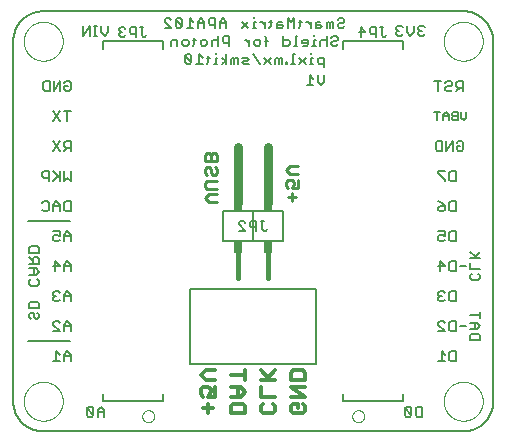
<source format=gbo>
G75*
%MOIN*%
%OFA0B0*%
%FSLAX25Y25*%
%IPPOS*%
%LPD*%
%AMOC8*
5,1,8,0,0,1.08239X$1,22.5*
%
%ADD10C,0.00800*%
%ADD11C,0.01200*%
%ADD12C,0.00500*%
%ADD13C,0.01000*%
%ADD14C,0.00600*%
%ADD15C,0.03000*%
%ADD16C,0.01600*%
%ADD17R,0.03000X0.02000*%
%ADD18R,0.03000X0.04000*%
%ADD19C,0.00000*%
%ADD20C,0.00700*%
D10*
X0010000Y0000000D02*
X0150000Y0000000D01*
X0150242Y0000003D01*
X0150483Y0000012D01*
X0150724Y0000026D01*
X0150965Y0000047D01*
X0151205Y0000073D01*
X0151445Y0000105D01*
X0151684Y0000143D01*
X0151921Y0000186D01*
X0152158Y0000236D01*
X0152393Y0000291D01*
X0152627Y0000351D01*
X0152859Y0000418D01*
X0153090Y0000489D01*
X0153319Y0000567D01*
X0153546Y0000650D01*
X0153771Y0000738D01*
X0153994Y0000832D01*
X0154214Y0000931D01*
X0154432Y0001036D01*
X0154647Y0001145D01*
X0154860Y0001260D01*
X0155070Y0001380D01*
X0155276Y0001505D01*
X0155480Y0001635D01*
X0155681Y0001770D01*
X0155878Y0001910D01*
X0156072Y0002054D01*
X0156262Y0002203D01*
X0156448Y0002357D01*
X0156631Y0002515D01*
X0156810Y0002677D01*
X0156985Y0002844D01*
X0157156Y0003015D01*
X0157323Y0003190D01*
X0157485Y0003369D01*
X0157643Y0003552D01*
X0157797Y0003738D01*
X0157946Y0003928D01*
X0158090Y0004122D01*
X0158230Y0004319D01*
X0158365Y0004520D01*
X0158495Y0004724D01*
X0158620Y0004930D01*
X0158740Y0005140D01*
X0158855Y0005353D01*
X0158964Y0005568D01*
X0159069Y0005786D01*
X0159168Y0006006D01*
X0159262Y0006229D01*
X0159350Y0006454D01*
X0159433Y0006681D01*
X0159511Y0006910D01*
X0159582Y0007141D01*
X0159649Y0007373D01*
X0159709Y0007607D01*
X0159764Y0007842D01*
X0159814Y0008079D01*
X0159857Y0008316D01*
X0159895Y0008555D01*
X0159927Y0008795D01*
X0159953Y0009035D01*
X0159974Y0009276D01*
X0159988Y0009517D01*
X0159997Y0009758D01*
X0160000Y0010000D01*
X0160000Y0130000D01*
X0159997Y0130242D01*
X0159988Y0130483D01*
X0159974Y0130724D01*
X0159953Y0130965D01*
X0159927Y0131205D01*
X0159895Y0131445D01*
X0159857Y0131684D01*
X0159814Y0131921D01*
X0159764Y0132158D01*
X0159709Y0132393D01*
X0159649Y0132627D01*
X0159582Y0132859D01*
X0159511Y0133090D01*
X0159433Y0133319D01*
X0159350Y0133546D01*
X0159262Y0133771D01*
X0159168Y0133994D01*
X0159069Y0134214D01*
X0158964Y0134432D01*
X0158855Y0134647D01*
X0158740Y0134860D01*
X0158620Y0135070D01*
X0158495Y0135276D01*
X0158365Y0135480D01*
X0158230Y0135681D01*
X0158090Y0135878D01*
X0157946Y0136072D01*
X0157797Y0136262D01*
X0157643Y0136448D01*
X0157485Y0136631D01*
X0157323Y0136810D01*
X0157156Y0136985D01*
X0156985Y0137156D01*
X0156810Y0137323D01*
X0156631Y0137485D01*
X0156448Y0137643D01*
X0156262Y0137797D01*
X0156072Y0137946D01*
X0155878Y0138090D01*
X0155681Y0138230D01*
X0155480Y0138365D01*
X0155276Y0138495D01*
X0155070Y0138620D01*
X0154860Y0138740D01*
X0154647Y0138855D01*
X0154432Y0138964D01*
X0154214Y0139069D01*
X0153994Y0139168D01*
X0153771Y0139262D01*
X0153546Y0139350D01*
X0153319Y0139433D01*
X0153090Y0139511D01*
X0152859Y0139582D01*
X0152627Y0139649D01*
X0152393Y0139709D01*
X0152158Y0139764D01*
X0151921Y0139814D01*
X0151684Y0139857D01*
X0151445Y0139895D01*
X0151205Y0139927D01*
X0150965Y0139953D01*
X0150724Y0139974D01*
X0150483Y0139988D01*
X0150242Y0139997D01*
X0150000Y0140000D01*
X0010000Y0140000D01*
X0009758Y0139997D01*
X0009517Y0139988D01*
X0009276Y0139974D01*
X0009035Y0139953D01*
X0008795Y0139927D01*
X0008555Y0139895D01*
X0008316Y0139857D01*
X0008079Y0139814D01*
X0007842Y0139764D01*
X0007607Y0139709D01*
X0007373Y0139649D01*
X0007141Y0139582D01*
X0006910Y0139511D01*
X0006681Y0139433D01*
X0006454Y0139350D01*
X0006229Y0139262D01*
X0006006Y0139168D01*
X0005786Y0139069D01*
X0005568Y0138964D01*
X0005353Y0138855D01*
X0005140Y0138740D01*
X0004930Y0138620D01*
X0004724Y0138495D01*
X0004520Y0138365D01*
X0004319Y0138230D01*
X0004122Y0138090D01*
X0003928Y0137946D01*
X0003738Y0137797D01*
X0003552Y0137643D01*
X0003369Y0137485D01*
X0003190Y0137323D01*
X0003015Y0137156D01*
X0002844Y0136985D01*
X0002677Y0136810D01*
X0002515Y0136631D01*
X0002357Y0136448D01*
X0002203Y0136262D01*
X0002054Y0136072D01*
X0001910Y0135878D01*
X0001770Y0135681D01*
X0001635Y0135480D01*
X0001505Y0135276D01*
X0001380Y0135070D01*
X0001260Y0134860D01*
X0001145Y0134647D01*
X0001036Y0134432D01*
X0000931Y0134214D01*
X0000832Y0133994D01*
X0000738Y0133771D01*
X0000650Y0133546D01*
X0000567Y0133319D01*
X0000489Y0133090D01*
X0000418Y0132859D01*
X0000351Y0132627D01*
X0000291Y0132393D01*
X0000236Y0132158D01*
X0000186Y0131921D01*
X0000143Y0131684D01*
X0000105Y0131445D01*
X0000073Y0131205D01*
X0000047Y0130965D01*
X0000026Y0130724D01*
X0000012Y0130483D01*
X0000003Y0130242D01*
X0000000Y0130000D01*
X0000000Y0010000D01*
X0000003Y0009758D01*
X0000012Y0009517D01*
X0000026Y0009276D01*
X0000047Y0009035D01*
X0000073Y0008795D01*
X0000105Y0008555D01*
X0000143Y0008316D01*
X0000186Y0008079D01*
X0000236Y0007842D01*
X0000291Y0007607D01*
X0000351Y0007373D01*
X0000418Y0007141D01*
X0000489Y0006910D01*
X0000567Y0006681D01*
X0000650Y0006454D01*
X0000738Y0006229D01*
X0000832Y0006006D01*
X0000931Y0005786D01*
X0001036Y0005568D01*
X0001145Y0005353D01*
X0001260Y0005140D01*
X0001380Y0004930D01*
X0001505Y0004724D01*
X0001635Y0004520D01*
X0001770Y0004319D01*
X0001910Y0004122D01*
X0002054Y0003928D01*
X0002203Y0003738D01*
X0002357Y0003552D01*
X0002515Y0003369D01*
X0002677Y0003190D01*
X0002844Y0003015D01*
X0003015Y0002844D01*
X0003190Y0002677D01*
X0003369Y0002515D01*
X0003552Y0002357D01*
X0003738Y0002203D01*
X0003928Y0002054D01*
X0004122Y0001910D01*
X0004319Y0001770D01*
X0004520Y0001635D01*
X0004724Y0001505D01*
X0004930Y0001380D01*
X0005140Y0001260D01*
X0005353Y0001145D01*
X0005568Y0001036D01*
X0005786Y0000931D01*
X0006006Y0000832D01*
X0006229Y0000738D01*
X0006454Y0000650D01*
X0006681Y0000567D01*
X0006910Y0000489D01*
X0007141Y0000418D01*
X0007373Y0000351D01*
X0007607Y0000291D01*
X0007842Y0000236D01*
X0008079Y0000186D01*
X0008316Y0000143D01*
X0008555Y0000105D01*
X0008795Y0000073D01*
X0009035Y0000047D01*
X0009276Y0000026D01*
X0009517Y0000012D01*
X0009758Y0000003D01*
X0010000Y0000000D01*
X0008069Y0037400D02*
X0007535Y0037400D01*
X0007001Y0037934D01*
X0007001Y0039001D01*
X0006468Y0039535D01*
X0005934Y0039535D01*
X0005400Y0039001D01*
X0005400Y0037934D01*
X0005934Y0037400D01*
X0008069Y0037400D02*
X0008603Y0037934D01*
X0008603Y0039001D01*
X0008069Y0039535D01*
X0008603Y0041083D02*
X0005400Y0041083D01*
X0005400Y0042685D01*
X0005934Y0043218D01*
X0008069Y0043218D01*
X0008603Y0042685D01*
X0008603Y0041083D01*
X0008069Y0048449D02*
X0005934Y0048449D01*
X0005400Y0048983D01*
X0005400Y0050051D01*
X0005934Y0050585D01*
X0005400Y0052133D02*
X0007535Y0052133D01*
X0008603Y0053200D01*
X0007535Y0054268D01*
X0005400Y0054268D01*
X0005400Y0055816D02*
X0008603Y0055816D01*
X0008603Y0057417D01*
X0008069Y0057951D01*
X0007001Y0057951D01*
X0006468Y0057417D01*
X0006468Y0055816D01*
X0006468Y0056883D02*
X0005400Y0057951D01*
X0005400Y0059499D02*
X0005400Y0061100D01*
X0005934Y0061634D01*
X0008069Y0061634D01*
X0008603Y0061100D01*
X0008603Y0059499D01*
X0005400Y0059499D01*
X0007001Y0054268D02*
X0007001Y0052133D01*
X0008069Y0050585D02*
X0008603Y0050051D01*
X0008603Y0048983D01*
X0008069Y0048449D01*
X0075148Y0066900D02*
X0077283Y0066900D01*
X0075148Y0069035D01*
X0075148Y0069569D01*
X0075682Y0070103D01*
X0076749Y0070103D01*
X0077283Y0069569D01*
X0078831Y0069569D02*
X0078831Y0068501D01*
X0079365Y0067968D01*
X0080966Y0067968D01*
X0080966Y0066900D02*
X0080966Y0070103D01*
X0079365Y0070103D01*
X0078831Y0069569D01*
X0082514Y0070103D02*
X0083582Y0070103D01*
X0083048Y0070103D02*
X0083048Y0067434D01*
X0083582Y0066900D01*
X0084116Y0066900D01*
X0084649Y0067434D01*
X0097782Y0115400D02*
X0099917Y0115400D01*
X0098849Y0115400D02*
X0098849Y0118603D01*
X0099917Y0117535D01*
X0101465Y0116468D02*
X0102532Y0115400D01*
X0103600Y0116468D01*
X0103600Y0118603D01*
X0101465Y0118603D02*
X0101465Y0116468D01*
X0103600Y0121332D02*
X0103600Y0124535D01*
X0101999Y0124535D01*
X0101465Y0124001D01*
X0101465Y0122934D01*
X0101999Y0122400D01*
X0103600Y0122400D01*
X0099917Y0122400D02*
X0098849Y0122400D01*
X0099383Y0122400D02*
X0099383Y0124535D01*
X0099917Y0124535D01*
X0099383Y0125603D02*
X0099383Y0126137D01*
X0099711Y0128400D02*
X0100778Y0128400D01*
X0100244Y0128400D02*
X0100244Y0130535D01*
X0100778Y0130535D01*
X0100244Y0131603D02*
X0100244Y0132137D01*
X0100791Y0134400D02*
X0102393Y0134400D01*
X0102927Y0134934D01*
X0102393Y0135468D01*
X0100791Y0135468D01*
X0100791Y0136001D02*
X0100791Y0134400D01*
X0099243Y0134400D02*
X0099243Y0136535D01*
X0098176Y0136535D02*
X0097642Y0136535D01*
X0098176Y0136535D02*
X0099243Y0135468D01*
X0100791Y0136001D02*
X0101325Y0136535D01*
X0102393Y0136535D01*
X0104475Y0136001D02*
X0104475Y0134400D01*
X0105542Y0134400D02*
X0105542Y0136001D01*
X0105008Y0136535D01*
X0104475Y0136001D01*
X0105542Y0136001D02*
X0106076Y0136535D01*
X0106610Y0136535D01*
X0106610Y0134400D01*
X0108158Y0134934D02*
X0108692Y0134400D01*
X0109759Y0134400D01*
X0110293Y0134934D01*
X0109759Y0136001D02*
X0108692Y0136001D01*
X0108158Y0135468D01*
X0108158Y0134934D01*
X0109759Y0136001D02*
X0110293Y0136535D01*
X0110293Y0137069D01*
X0109759Y0137603D01*
X0108692Y0137603D01*
X0108158Y0137069D01*
X0107611Y0131603D02*
X0108144Y0131069D01*
X0108144Y0130535D01*
X0107611Y0130001D01*
X0106543Y0130001D01*
X0106009Y0129468D01*
X0106009Y0128934D01*
X0106543Y0128400D01*
X0107611Y0128400D01*
X0108144Y0128934D01*
X0107611Y0131603D02*
X0106543Y0131603D01*
X0106009Y0131069D01*
X0104461Y0131603D02*
X0104461Y0128400D01*
X0104461Y0130001D02*
X0103927Y0130535D01*
X0102860Y0130535D01*
X0102326Y0130001D01*
X0102326Y0128400D01*
X0098323Y0128934D02*
X0098323Y0130001D01*
X0097789Y0130535D01*
X0096721Y0130535D01*
X0096188Y0130001D01*
X0096188Y0129468D01*
X0098323Y0129468D01*
X0098323Y0128934D02*
X0097789Y0128400D01*
X0096721Y0128400D01*
X0094640Y0128400D02*
X0093572Y0128400D01*
X0094106Y0128400D02*
X0094106Y0131603D01*
X0094640Y0131603D01*
X0095107Y0134400D02*
X0095640Y0134934D01*
X0095640Y0137069D01*
X0095107Y0136535D02*
X0096174Y0136535D01*
X0093719Y0137603D02*
X0093719Y0134400D01*
X0091584Y0134400D02*
X0091584Y0137603D01*
X0092651Y0136535D01*
X0093719Y0137603D01*
X0089502Y0136535D02*
X0088434Y0136535D01*
X0087900Y0136001D01*
X0087900Y0134400D01*
X0089502Y0134400D01*
X0090036Y0134934D01*
X0089502Y0135468D01*
X0087900Y0135468D01*
X0086352Y0136535D02*
X0085285Y0136535D01*
X0085819Y0137069D02*
X0085819Y0134934D01*
X0085285Y0134400D01*
X0083897Y0134400D02*
X0083897Y0136535D01*
X0083897Y0135468D02*
X0082829Y0136535D01*
X0082296Y0136535D01*
X0080828Y0136535D02*
X0080294Y0136535D01*
X0080294Y0134400D01*
X0080828Y0134400D02*
X0079760Y0134400D01*
X0078372Y0134400D02*
X0076237Y0136535D01*
X0078372Y0136535D02*
X0076237Y0134400D01*
X0077078Y0130535D02*
X0077612Y0130535D01*
X0078679Y0129468D01*
X0078679Y0130535D02*
X0078679Y0128400D01*
X0080227Y0128934D02*
X0080227Y0130001D01*
X0080761Y0130535D01*
X0081829Y0130535D01*
X0082362Y0130001D01*
X0082362Y0128934D01*
X0081829Y0128400D01*
X0080761Y0128400D01*
X0080227Y0128934D01*
X0083750Y0130001D02*
X0084818Y0130001D01*
X0084284Y0131069D02*
X0084284Y0128400D01*
X0079980Y0125603D02*
X0082115Y0122400D01*
X0083663Y0122400D02*
X0085798Y0124535D01*
X0087346Y0124001D02*
X0087346Y0122400D01*
X0088414Y0122400D02*
X0088414Y0124001D01*
X0087880Y0124535D01*
X0087346Y0124001D01*
X0088414Y0124001D02*
X0088948Y0124535D01*
X0089481Y0124535D01*
X0089481Y0122400D01*
X0090789Y0122400D02*
X0090789Y0122934D01*
X0091323Y0122934D01*
X0091323Y0122400D01*
X0090789Y0122400D01*
X0092711Y0122400D02*
X0093778Y0122400D01*
X0093245Y0122400D02*
X0093245Y0125603D01*
X0093778Y0125603D01*
X0095326Y0124535D02*
X0097461Y0122400D01*
X0097461Y0124535D02*
X0095326Y0122400D01*
X0091650Y0128400D02*
X0090049Y0128400D01*
X0090049Y0131603D01*
X0090049Y0130535D02*
X0091650Y0130535D01*
X0092184Y0130001D01*
X0092184Y0128934D01*
X0091650Y0128400D01*
X0084284Y0131069D02*
X0083750Y0131603D01*
X0080294Y0137603D02*
X0080294Y0138137D01*
X0071006Y0136535D02*
X0071006Y0134400D01*
X0071006Y0136001D02*
X0068871Y0136001D01*
X0068871Y0136535D02*
X0068871Y0134400D01*
X0067323Y0134400D02*
X0067323Y0137603D01*
X0065722Y0137603D01*
X0065188Y0137069D01*
X0065188Y0136001D01*
X0065722Y0135468D01*
X0067323Y0135468D01*
X0068871Y0136535D02*
X0069938Y0137603D01*
X0071006Y0136535D01*
X0070325Y0131603D02*
X0069792Y0131069D01*
X0069792Y0130001D01*
X0070325Y0129468D01*
X0071927Y0129468D01*
X0071927Y0128400D02*
X0071927Y0131603D01*
X0070325Y0131603D01*
X0068244Y0131603D02*
X0068244Y0128400D01*
X0068244Y0130001D02*
X0067710Y0130535D01*
X0066642Y0130535D01*
X0066109Y0130001D01*
X0066109Y0128400D01*
X0064561Y0128934D02*
X0064027Y0128400D01*
X0062959Y0128400D01*
X0062425Y0128934D01*
X0062425Y0130001D01*
X0062959Y0130535D01*
X0064027Y0130535D01*
X0064561Y0130001D01*
X0064561Y0128934D01*
X0065007Y0125069D02*
X0065007Y0122934D01*
X0064473Y0122400D01*
X0063085Y0122400D02*
X0060950Y0122400D01*
X0062018Y0122400D02*
X0062018Y0125603D01*
X0063085Y0124535D01*
X0064473Y0124535D02*
X0065541Y0124535D01*
X0067463Y0124535D02*
X0067463Y0122400D01*
X0067996Y0122400D02*
X0066929Y0122400D01*
X0067463Y0124535D02*
X0067996Y0124535D01*
X0067463Y0125603D02*
X0067463Y0126137D01*
X0069464Y0124535D02*
X0071066Y0123468D01*
X0069464Y0122400D01*
X0071066Y0122400D02*
X0071066Y0125603D01*
X0072614Y0124001D02*
X0072614Y0122400D01*
X0073681Y0122400D02*
X0073681Y0124001D01*
X0073147Y0124535D01*
X0072614Y0124001D01*
X0073681Y0124001D02*
X0074215Y0124535D01*
X0074749Y0124535D01*
X0074749Y0122400D01*
X0076297Y0122934D02*
X0076830Y0122400D01*
X0078432Y0122400D01*
X0077898Y0123468D02*
X0076830Y0123468D01*
X0076297Y0122934D01*
X0076297Y0124535D02*
X0077898Y0124535D01*
X0078432Y0124001D01*
X0077898Y0123468D01*
X0083663Y0124535D02*
X0085798Y0122400D01*
X0063640Y0134400D02*
X0063640Y0136535D01*
X0062572Y0137603D01*
X0061505Y0136535D01*
X0061505Y0134400D01*
X0059957Y0134400D02*
X0057821Y0134400D01*
X0058889Y0134400D02*
X0058889Y0137603D01*
X0059957Y0136535D01*
X0061505Y0136001D02*
X0063640Y0136001D01*
X0060344Y0131069D02*
X0060344Y0128934D01*
X0059810Y0128400D01*
X0058422Y0128934D02*
X0057888Y0128400D01*
X0056821Y0128400D01*
X0056287Y0128934D01*
X0056287Y0130001D01*
X0056821Y0130535D01*
X0057888Y0130535D01*
X0058422Y0130001D01*
X0058422Y0128934D01*
X0059810Y0130535D02*
X0060877Y0130535D01*
X0058869Y0125603D02*
X0057801Y0125603D01*
X0057267Y0125069D01*
X0059402Y0122934D01*
X0058869Y0122400D01*
X0057801Y0122400D01*
X0057267Y0122934D01*
X0057267Y0125069D01*
X0058869Y0125603D02*
X0059402Y0125069D01*
X0059402Y0122934D01*
X0054739Y0128400D02*
X0054739Y0130535D01*
X0053137Y0130535D01*
X0052604Y0130001D01*
X0052604Y0128400D01*
X0052590Y0134400D02*
X0050455Y0134400D01*
X0050455Y0136535D02*
X0050455Y0137069D01*
X0050989Y0137603D01*
X0052057Y0137603D01*
X0052590Y0137069D01*
X0054138Y0137069D02*
X0056273Y0134934D01*
X0055740Y0134400D01*
X0054672Y0134400D01*
X0054138Y0134934D01*
X0054138Y0137069D01*
X0054672Y0137603D01*
X0055740Y0137603D01*
X0056273Y0137069D01*
X0056273Y0134934D01*
X0052590Y0134400D02*
X0050455Y0136535D01*
X0152400Y0059901D02*
X0154001Y0058300D01*
X0153468Y0057766D02*
X0155603Y0059901D01*
X0155603Y0057766D02*
X0152400Y0057766D01*
X0152400Y0056218D02*
X0152400Y0054083D01*
X0155603Y0054083D01*
X0155069Y0052535D02*
X0155603Y0052001D01*
X0155603Y0050934D01*
X0155069Y0050400D01*
X0152934Y0050400D01*
X0152400Y0050934D01*
X0152400Y0052001D01*
X0152934Y0052535D01*
X0155603Y0039901D02*
X0155603Y0037766D01*
X0155603Y0038834D02*
X0152400Y0038834D01*
X0152400Y0036218D02*
X0154535Y0036218D01*
X0155603Y0035151D01*
X0154535Y0034083D01*
X0152400Y0034083D01*
X0154001Y0034083D02*
X0154001Y0036218D01*
X0152934Y0032535D02*
X0152400Y0032001D01*
X0152400Y0030400D01*
X0155603Y0030400D01*
X0155603Y0032001D01*
X0155069Y0032535D01*
X0152934Y0032535D01*
D11*
X0097404Y0019477D02*
X0097404Y0017075D01*
X0092600Y0017075D01*
X0092600Y0019477D01*
X0093401Y0020278D01*
X0096603Y0020278D01*
X0097404Y0019477D01*
X0097404Y0014753D02*
X0092600Y0014753D01*
X0097404Y0011551D01*
X0092600Y0011551D01*
X0093401Y0009229D02*
X0095002Y0009229D01*
X0095002Y0007627D01*
X0093401Y0006026D02*
X0092600Y0006827D01*
X0092600Y0008428D01*
X0093401Y0009229D01*
X0096603Y0009229D02*
X0097404Y0008428D01*
X0097404Y0006827D01*
X0096603Y0006026D01*
X0093401Y0006026D01*
X0087404Y0006827D02*
X0086603Y0006026D01*
X0083401Y0006026D01*
X0082600Y0006827D01*
X0082600Y0008428D01*
X0083401Y0009229D01*
X0082600Y0011551D02*
X0082600Y0014753D01*
X0082600Y0017075D02*
X0087404Y0017075D01*
X0085002Y0017876D02*
X0082600Y0020278D01*
X0084201Y0017075D02*
X0087404Y0020278D01*
X0077404Y0020278D02*
X0077404Y0017075D01*
X0077404Y0018677D02*
X0072600Y0018677D01*
X0072600Y0014753D02*
X0075803Y0014753D01*
X0077404Y0013152D01*
X0075803Y0011551D01*
X0072600Y0011551D01*
X0075002Y0011551D02*
X0075002Y0014753D01*
X0073401Y0009229D02*
X0076603Y0009229D01*
X0077404Y0008428D01*
X0077404Y0006026D01*
X0072600Y0006026D01*
X0072600Y0008428D01*
X0073401Y0009229D01*
X0067404Y0011551D02*
X0067404Y0014753D01*
X0065803Y0013953D02*
X0065002Y0014753D01*
X0063401Y0014753D01*
X0062600Y0013953D01*
X0062600Y0012351D01*
X0063401Y0011551D01*
X0065002Y0011551D02*
X0065803Y0013152D01*
X0065803Y0013953D01*
X0065002Y0011551D02*
X0067404Y0011551D01*
X0065002Y0009229D02*
X0065002Y0006026D01*
X0066603Y0007627D02*
X0063401Y0007627D01*
X0064201Y0017075D02*
X0062600Y0018677D01*
X0064201Y0020278D01*
X0067404Y0020278D01*
X0067404Y0017075D02*
X0064201Y0017075D01*
X0082600Y0011551D02*
X0087404Y0011551D01*
X0086603Y0009229D02*
X0087404Y0008428D01*
X0087404Y0006827D01*
D12*
X0101000Y0022500D02*
X0101000Y0047500D01*
X0059000Y0047500D01*
X0059000Y0022500D01*
X0101000Y0022500D01*
X0149000Y0035000D02*
X0151000Y0035000D01*
X0151000Y0055000D02*
X0149000Y0055000D01*
X0148090Y0103650D02*
X0146738Y0103650D01*
X0146288Y0104100D01*
X0146288Y0104551D01*
X0146738Y0105001D01*
X0148090Y0105001D01*
X0149235Y0104551D02*
X0149235Y0106352D01*
X0148090Y0106352D02*
X0146738Y0106352D01*
X0146288Y0105902D01*
X0146288Y0105452D01*
X0146738Y0105001D01*
X0145143Y0105001D02*
X0143341Y0105001D01*
X0143341Y0105452D02*
X0143341Y0103650D01*
X0143341Y0105452D02*
X0144242Y0106352D01*
X0145143Y0105452D01*
X0145143Y0103650D01*
X0148090Y0103650D02*
X0148090Y0106352D01*
X0149235Y0104551D02*
X0150135Y0103650D01*
X0151036Y0104551D01*
X0151036Y0106352D01*
X0142197Y0106352D02*
X0140395Y0106352D01*
X0141296Y0106352D02*
X0141296Y0103650D01*
X0019000Y0070000D02*
X0005000Y0070000D01*
X0005000Y0030000D02*
X0019000Y0030000D01*
D13*
X0065334Y0076292D02*
X0064000Y0077627D01*
X0065334Y0078961D01*
X0068003Y0078961D01*
X0068003Y0080896D02*
X0064667Y0080896D01*
X0064000Y0081563D01*
X0064000Y0082898D01*
X0064667Y0083565D01*
X0068003Y0083565D01*
X0067336Y0085500D02*
X0066669Y0085500D01*
X0066002Y0086167D01*
X0066002Y0087502D01*
X0065334Y0088169D01*
X0064667Y0088169D01*
X0064000Y0087502D01*
X0064000Y0086167D01*
X0064667Y0085500D01*
X0067336Y0085500D02*
X0068003Y0086167D01*
X0068003Y0087502D01*
X0067336Y0088169D01*
X0068003Y0090104D02*
X0068003Y0092106D01*
X0067336Y0092773D01*
X0066669Y0092773D01*
X0066002Y0092106D01*
X0066002Y0090104D01*
X0068003Y0090104D02*
X0064000Y0090104D01*
X0064000Y0092106D01*
X0064667Y0092773D01*
X0065334Y0092773D01*
X0066002Y0092106D01*
X0065334Y0076292D02*
X0068003Y0076292D01*
X0091000Y0081865D02*
X0091667Y0081198D01*
X0091000Y0081865D02*
X0091000Y0083200D01*
X0091667Y0083867D01*
X0093002Y0083867D01*
X0093669Y0083200D01*
X0093669Y0082533D01*
X0093002Y0081198D01*
X0095003Y0081198D01*
X0095003Y0083867D01*
X0095003Y0085802D02*
X0092334Y0085802D01*
X0091000Y0087136D01*
X0092334Y0088471D01*
X0095003Y0088471D01*
X0093002Y0079263D02*
X0093002Y0076594D01*
X0094336Y0077929D02*
X0091667Y0077929D01*
D14*
X0090000Y0073500D02*
X0090000Y0063500D01*
X0080000Y0063500D01*
X0070000Y0063500D01*
X0070000Y0073500D01*
X0080000Y0073500D01*
X0090000Y0073500D01*
X0080000Y0073500D02*
X0080000Y0063500D01*
X0141615Y0063867D02*
X0142182Y0063300D01*
X0143316Y0063300D01*
X0143883Y0063867D01*
X0143883Y0065001D02*
X0142749Y0065569D01*
X0142182Y0065569D01*
X0141615Y0065001D01*
X0141615Y0063867D01*
X0143883Y0065001D02*
X0143883Y0066703D01*
X0141615Y0066703D01*
X0145298Y0066136D02*
X0145298Y0063867D01*
X0145865Y0063300D01*
X0147566Y0063300D01*
X0147566Y0066703D01*
X0145865Y0066703D01*
X0145298Y0066136D01*
X0145865Y0073300D02*
X0145298Y0073867D01*
X0145298Y0076136D01*
X0145865Y0076703D01*
X0147566Y0076703D01*
X0147566Y0073300D01*
X0145865Y0073300D01*
X0143883Y0073867D02*
X0143316Y0073300D01*
X0142182Y0073300D01*
X0141615Y0073867D01*
X0141615Y0074434D01*
X0142182Y0075001D01*
X0143883Y0075001D01*
X0143883Y0073867D01*
X0143883Y0075001D02*
X0142749Y0076136D01*
X0141615Y0076703D01*
X0143883Y0083300D02*
X0143883Y0083867D01*
X0141615Y0086136D01*
X0141615Y0086703D01*
X0143883Y0086703D01*
X0145298Y0086136D02*
X0145298Y0083867D01*
X0145865Y0083300D01*
X0147566Y0083300D01*
X0147566Y0086703D01*
X0145865Y0086703D01*
X0145298Y0086136D01*
X0144313Y0093400D02*
X0144313Y0096603D01*
X0142949Y0096603D02*
X0141348Y0096603D01*
X0140814Y0096069D01*
X0140814Y0093934D01*
X0141348Y0093400D01*
X0142949Y0093400D01*
X0142949Y0096603D01*
X0144313Y0093400D02*
X0146448Y0096603D01*
X0146448Y0093400D01*
X0147812Y0093934D02*
X0147812Y0095001D01*
X0148879Y0095001D01*
X0147812Y0093934D02*
X0148346Y0093400D01*
X0149413Y0093400D01*
X0149947Y0093934D01*
X0149947Y0096069D01*
X0149413Y0096603D01*
X0148346Y0096603D01*
X0147812Y0096069D01*
X0147731Y0113300D02*
X0148865Y0114434D01*
X0148298Y0114434D02*
X0149999Y0114434D01*
X0149999Y0113300D02*
X0149999Y0116703D01*
X0148298Y0116703D01*
X0147731Y0116136D01*
X0147731Y0115001D01*
X0148298Y0114434D01*
X0146316Y0113867D02*
X0145749Y0113300D01*
X0144615Y0113300D01*
X0144048Y0113867D01*
X0144048Y0114434D01*
X0144615Y0115001D01*
X0145749Y0115001D01*
X0146316Y0115569D01*
X0146316Y0116136D01*
X0145749Y0116703D01*
X0144615Y0116703D01*
X0144048Y0116136D01*
X0142633Y0116703D02*
X0140365Y0116703D01*
X0141499Y0116703D02*
X0141499Y0113300D01*
X0136658Y0131800D02*
X0137225Y0132367D01*
X0136658Y0131800D02*
X0135523Y0131800D01*
X0134956Y0132367D01*
X0134956Y0132934D01*
X0135523Y0133501D01*
X0136090Y0133501D01*
X0135523Y0133501D02*
X0134956Y0134069D01*
X0134956Y0134636D01*
X0135523Y0135203D01*
X0136658Y0135203D01*
X0137225Y0134636D01*
X0133542Y0135203D02*
X0133542Y0132934D01*
X0132407Y0131800D01*
X0131273Y0132934D01*
X0131273Y0135203D01*
X0129858Y0134636D02*
X0129291Y0135203D01*
X0128157Y0135203D01*
X0127590Y0134636D01*
X0127590Y0134069D01*
X0128157Y0133501D01*
X0127590Y0132934D01*
X0127590Y0132367D01*
X0128157Y0131800D01*
X0129291Y0131800D01*
X0129858Y0132367D01*
X0128724Y0133501D02*
X0128157Y0133501D01*
X0124400Y0132034D02*
X0123866Y0131500D01*
X0123332Y0131500D01*
X0122799Y0132034D01*
X0122799Y0134703D01*
X0123332Y0134703D02*
X0122265Y0134703D01*
X0120901Y0134703D02*
X0120901Y0131500D01*
X0120901Y0132568D02*
X0119300Y0132568D01*
X0118766Y0133101D01*
X0118766Y0134169D01*
X0119300Y0134703D01*
X0120901Y0134703D01*
X0117402Y0133101D02*
X0115267Y0133101D01*
X0115801Y0131500D02*
X0115801Y0134703D01*
X0117402Y0133101D01*
X0044400Y0132034D02*
X0043866Y0131500D01*
X0043332Y0131500D01*
X0042799Y0132034D01*
X0042799Y0134703D01*
X0043332Y0134703D02*
X0042265Y0134703D01*
X0040901Y0134703D02*
X0039300Y0134703D01*
X0038766Y0134169D01*
X0038766Y0133101D01*
X0039300Y0132568D01*
X0040901Y0132568D01*
X0040901Y0131500D02*
X0040901Y0134703D01*
X0037402Y0134169D02*
X0036868Y0134703D01*
X0035801Y0134703D01*
X0035267Y0134169D01*
X0035267Y0133635D01*
X0035801Y0133101D01*
X0035267Y0132568D01*
X0035267Y0132034D01*
X0035801Y0131500D01*
X0036868Y0131500D01*
X0037402Y0132034D01*
X0036334Y0133101D02*
X0035801Y0133101D01*
X0031611Y0132934D02*
X0030477Y0131800D01*
X0029342Y0132934D01*
X0029342Y0135203D01*
X0027928Y0135203D02*
X0026793Y0135203D01*
X0027361Y0135203D02*
X0027361Y0131800D01*
X0027928Y0131800D02*
X0026793Y0131800D01*
X0025472Y0131800D02*
X0025472Y0135203D01*
X0023204Y0131800D01*
X0023204Y0135203D01*
X0031611Y0135203D02*
X0031611Y0132934D01*
X0018666Y0116603D02*
X0019200Y0116069D01*
X0019200Y0113934D01*
X0018666Y0113400D01*
X0017599Y0113400D01*
X0017065Y0113934D01*
X0017065Y0115001D01*
X0018132Y0115001D01*
X0017065Y0116069D02*
X0017599Y0116603D01*
X0018666Y0116603D01*
X0015701Y0116603D02*
X0013566Y0113400D01*
X0013566Y0116603D01*
X0012202Y0116603D02*
X0010601Y0116603D01*
X0010067Y0116069D01*
X0010067Y0113934D01*
X0010601Y0113400D01*
X0012202Y0113400D01*
X0012202Y0116603D01*
X0015701Y0116603D02*
X0015701Y0113400D01*
X0015517Y0106703D02*
X0013248Y0103300D01*
X0015517Y0103300D02*
X0013248Y0106703D01*
X0016931Y0106703D02*
X0019200Y0106703D01*
X0018066Y0106703D02*
X0018066Y0103300D01*
X0017499Y0096703D02*
X0016931Y0096136D01*
X0016931Y0095001D01*
X0017499Y0094434D01*
X0019200Y0094434D01*
X0019200Y0093300D02*
X0019200Y0096703D01*
X0017499Y0096703D01*
X0015517Y0096703D02*
X0013248Y0093300D01*
X0015517Y0093300D02*
X0013248Y0096703D01*
X0016931Y0093300D02*
X0018066Y0094434D01*
X0019200Y0086703D02*
X0019200Y0083300D01*
X0018066Y0084434D01*
X0016931Y0083300D01*
X0016931Y0086703D01*
X0015517Y0086703D02*
X0015517Y0083300D01*
X0015517Y0084434D02*
X0013248Y0086703D01*
X0011834Y0086703D02*
X0010132Y0086703D01*
X0009565Y0086136D01*
X0009565Y0085001D01*
X0010132Y0084434D01*
X0011834Y0084434D01*
X0011834Y0083300D02*
X0011834Y0086703D01*
X0014950Y0085001D02*
X0013248Y0083300D01*
X0014383Y0076703D02*
X0013248Y0075569D01*
X0013248Y0073300D01*
X0011834Y0073867D02*
X0011834Y0076136D01*
X0011267Y0076703D01*
X0010132Y0076703D01*
X0009565Y0076136D01*
X0009565Y0073867D02*
X0010132Y0073300D01*
X0011267Y0073300D01*
X0011834Y0073867D01*
X0013248Y0075001D02*
X0015517Y0075001D01*
X0015517Y0075569D02*
X0015517Y0073300D01*
X0016931Y0073867D02*
X0016931Y0076136D01*
X0017499Y0076703D01*
X0019200Y0076703D01*
X0019200Y0073300D01*
X0017499Y0073300D01*
X0016931Y0073867D01*
X0015517Y0075569D02*
X0014383Y0076703D01*
X0013248Y0066703D02*
X0015517Y0066703D01*
X0015517Y0065001D01*
X0014383Y0065569D01*
X0013815Y0065569D01*
X0013248Y0065001D01*
X0013248Y0063867D01*
X0013815Y0063300D01*
X0014950Y0063300D01*
X0015517Y0063867D01*
X0016931Y0063300D02*
X0016931Y0065569D01*
X0018066Y0066703D01*
X0019200Y0065569D01*
X0019200Y0063300D01*
X0019200Y0065001D02*
X0016931Y0065001D01*
X0018066Y0056703D02*
X0016931Y0055569D01*
X0016931Y0053300D01*
X0016931Y0055001D02*
X0019200Y0055001D01*
X0019200Y0055569D02*
X0018066Y0056703D01*
X0019200Y0055569D02*
X0019200Y0053300D01*
X0015517Y0055001D02*
X0013248Y0055001D01*
X0013815Y0053300D02*
X0013815Y0056703D01*
X0015517Y0055001D01*
X0014950Y0046703D02*
X0013815Y0046703D01*
X0013248Y0046136D01*
X0013248Y0045569D01*
X0013815Y0045001D01*
X0013248Y0044434D01*
X0013248Y0043867D01*
X0013815Y0043300D01*
X0014950Y0043300D01*
X0015517Y0043867D01*
X0016931Y0043300D02*
X0016931Y0045569D01*
X0018066Y0046703D01*
X0019200Y0045569D01*
X0019200Y0043300D01*
X0019200Y0045001D02*
X0016931Y0045001D01*
X0015517Y0046136D02*
X0014950Y0046703D01*
X0014383Y0045001D02*
X0013815Y0045001D01*
X0013815Y0036703D02*
X0014950Y0036703D01*
X0015517Y0036136D01*
X0016931Y0035569D02*
X0016931Y0033300D01*
X0015517Y0033300D02*
X0013248Y0035569D01*
X0013248Y0036136D01*
X0013815Y0036703D01*
X0016931Y0035569D02*
X0018066Y0036703D01*
X0019200Y0035569D01*
X0019200Y0033300D01*
X0019200Y0035001D02*
X0016931Y0035001D01*
X0015517Y0033300D02*
X0013248Y0033300D01*
X0014383Y0026703D02*
X0014383Y0023300D01*
X0015517Y0023300D02*
X0013248Y0023300D01*
X0016931Y0023300D02*
X0016931Y0025569D01*
X0018066Y0026703D01*
X0019200Y0025569D01*
X0019200Y0023300D01*
X0019200Y0025001D02*
X0016931Y0025001D01*
X0015517Y0025569D02*
X0014383Y0026703D01*
X0024999Y0008203D02*
X0024431Y0007636D01*
X0026700Y0005367D01*
X0026133Y0004800D01*
X0024999Y0004800D01*
X0024431Y0005367D01*
X0024431Y0007636D01*
X0024999Y0008203D02*
X0026133Y0008203D01*
X0026700Y0007636D01*
X0026700Y0005367D01*
X0028115Y0004800D02*
X0028115Y0007069D01*
X0029249Y0008203D01*
X0030383Y0007069D01*
X0030383Y0004800D01*
X0030383Y0006501D02*
X0028115Y0006501D01*
X0130431Y0005367D02*
X0130999Y0004800D01*
X0132133Y0004800D01*
X0132700Y0005367D01*
X0130431Y0007636D01*
X0130431Y0005367D01*
X0130431Y0007636D02*
X0130999Y0008203D01*
X0132133Y0008203D01*
X0132700Y0007636D01*
X0132700Y0005367D01*
X0134115Y0005367D02*
X0134115Y0007636D01*
X0134682Y0008203D01*
X0136383Y0008203D01*
X0136383Y0004800D01*
X0134682Y0004800D01*
X0134115Y0005367D01*
X0141615Y0023300D02*
X0143883Y0023300D01*
X0142749Y0023300D02*
X0142749Y0026703D01*
X0143883Y0025569D01*
X0145298Y0026136D02*
X0145298Y0023867D01*
X0145865Y0023300D01*
X0147566Y0023300D01*
X0147566Y0026703D01*
X0145865Y0026703D01*
X0145298Y0026136D01*
X0145865Y0033300D02*
X0145298Y0033867D01*
X0145298Y0036136D01*
X0145865Y0036703D01*
X0147566Y0036703D01*
X0147566Y0033300D01*
X0145865Y0033300D01*
X0143883Y0033300D02*
X0141615Y0035569D01*
X0141615Y0036136D01*
X0142182Y0036703D01*
X0143316Y0036703D01*
X0143883Y0036136D01*
X0143883Y0033300D02*
X0141615Y0033300D01*
X0142182Y0043300D02*
X0143316Y0043300D01*
X0143883Y0043867D01*
X0145298Y0043867D02*
X0145298Y0046136D01*
X0145865Y0046703D01*
X0147566Y0046703D01*
X0147566Y0043300D01*
X0145865Y0043300D01*
X0145298Y0043867D01*
X0142749Y0045001D02*
X0142182Y0045001D01*
X0141615Y0044434D01*
X0141615Y0043867D01*
X0142182Y0043300D01*
X0142182Y0045001D02*
X0141615Y0045569D01*
X0141615Y0046136D01*
X0142182Y0046703D01*
X0143316Y0046703D01*
X0143883Y0046136D01*
X0142182Y0053300D02*
X0142182Y0056703D01*
X0143883Y0055001D01*
X0141615Y0055001D01*
X0145298Y0053867D02*
X0145298Y0056136D01*
X0145865Y0056703D01*
X0147566Y0056703D01*
X0147566Y0053300D01*
X0145865Y0053300D01*
X0145298Y0053867D01*
D15*
X0085000Y0076000D02*
X0085000Y0094750D01*
X0075000Y0094750D02*
X0075000Y0076000D01*
D16*
X0075000Y0061000D02*
X0075000Y0051000D01*
X0085000Y0051000D02*
X0085000Y0061000D01*
D17*
X0085000Y0074500D03*
X0075000Y0074500D03*
D18*
X0075000Y0061500D03*
X0085000Y0061500D03*
D19*
X0143500Y0010000D02*
X0143502Y0010161D01*
X0143508Y0010321D01*
X0143518Y0010482D01*
X0143532Y0010642D01*
X0143550Y0010802D01*
X0143571Y0010961D01*
X0143597Y0011120D01*
X0143627Y0011278D01*
X0143660Y0011435D01*
X0143698Y0011592D01*
X0143739Y0011747D01*
X0143784Y0011901D01*
X0143833Y0012054D01*
X0143886Y0012206D01*
X0143942Y0012357D01*
X0144003Y0012506D01*
X0144066Y0012654D01*
X0144134Y0012800D01*
X0144205Y0012944D01*
X0144279Y0013086D01*
X0144357Y0013227D01*
X0144439Y0013365D01*
X0144524Y0013502D01*
X0144612Y0013636D01*
X0144704Y0013768D01*
X0144799Y0013898D01*
X0144897Y0014026D01*
X0144998Y0014151D01*
X0145102Y0014273D01*
X0145209Y0014393D01*
X0145319Y0014510D01*
X0145432Y0014625D01*
X0145548Y0014736D01*
X0145667Y0014845D01*
X0145788Y0014950D01*
X0145912Y0015053D01*
X0146038Y0015153D01*
X0146166Y0015249D01*
X0146297Y0015342D01*
X0146431Y0015432D01*
X0146566Y0015519D01*
X0146704Y0015602D01*
X0146843Y0015682D01*
X0146985Y0015758D01*
X0147128Y0015831D01*
X0147273Y0015900D01*
X0147420Y0015966D01*
X0147568Y0016028D01*
X0147718Y0016086D01*
X0147869Y0016141D01*
X0148022Y0016192D01*
X0148176Y0016239D01*
X0148331Y0016282D01*
X0148487Y0016321D01*
X0148643Y0016357D01*
X0148801Y0016388D01*
X0148959Y0016416D01*
X0149118Y0016440D01*
X0149278Y0016460D01*
X0149438Y0016476D01*
X0149598Y0016488D01*
X0149759Y0016496D01*
X0149920Y0016500D01*
X0150080Y0016500D01*
X0150241Y0016496D01*
X0150402Y0016488D01*
X0150562Y0016476D01*
X0150722Y0016460D01*
X0150882Y0016440D01*
X0151041Y0016416D01*
X0151199Y0016388D01*
X0151357Y0016357D01*
X0151513Y0016321D01*
X0151669Y0016282D01*
X0151824Y0016239D01*
X0151978Y0016192D01*
X0152131Y0016141D01*
X0152282Y0016086D01*
X0152432Y0016028D01*
X0152580Y0015966D01*
X0152727Y0015900D01*
X0152872Y0015831D01*
X0153015Y0015758D01*
X0153157Y0015682D01*
X0153296Y0015602D01*
X0153434Y0015519D01*
X0153569Y0015432D01*
X0153703Y0015342D01*
X0153834Y0015249D01*
X0153962Y0015153D01*
X0154088Y0015053D01*
X0154212Y0014950D01*
X0154333Y0014845D01*
X0154452Y0014736D01*
X0154568Y0014625D01*
X0154681Y0014510D01*
X0154791Y0014393D01*
X0154898Y0014273D01*
X0155002Y0014151D01*
X0155103Y0014026D01*
X0155201Y0013898D01*
X0155296Y0013768D01*
X0155388Y0013636D01*
X0155476Y0013502D01*
X0155561Y0013365D01*
X0155643Y0013227D01*
X0155721Y0013086D01*
X0155795Y0012944D01*
X0155866Y0012800D01*
X0155934Y0012654D01*
X0155997Y0012506D01*
X0156058Y0012357D01*
X0156114Y0012206D01*
X0156167Y0012054D01*
X0156216Y0011901D01*
X0156261Y0011747D01*
X0156302Y0011592D01*
X0156340Y0011435D01*
X0156373Y0011278D01*
X0156403Y0011120D01*
X0156429Y0010961D01*
X0156450Y0010802D01*
X0156468Y0010642D01*
X0156482Y0010482D01*
X0156492Y0010321D01*
X0156498Y0010161D01*
X0156500Y0010000D01*
X0156498Y0009839D01*
X0156492Y0009679D01*
X0156482Y0009518D01*
X0156468Y0009358D01*
X0156450Y0009198D01*
X0156429Y0009039D01*
X0156403Y0008880D01*
X0156373Y0008722D01*
X0156340Y0008565D01*
X0156302Y0008408D01*
X0156261Y0008253D01*
X0156216Y0008099D01*
X0156167Y0007946D01*
X0156114Y0007794D01*
X0156058Y0007643D01*
X0155997Y0007494D01*
X0155934Y0007346D01*
X0155866Y0007200D01*
X0155795Y0007056D01*
X0155721Y0006914D01*
X0155643Y0006773D01*
X0155561Y0006635D01*
X0155476Y0006498D01*
X0155388Y0006364D01*
X0155296Y0006232D01*
X0155201Y0006102D01*
X0155103Y0005974D01*
X0155002Y0005849D01*
X0154898Y0005727D01*
X0154791Y0005607D01*
X0154681Y0005490D01*
X0154568Y0005375D01*
X0154452Y0005264D01*
X0154333Y0005155D01*
X0154212Y0005050D01*
X0154088Y0004947D01*
X0153962Y0004847D01*
X0153834Y0004751D01*
X0153703Y0004658D01*
X0153569Y0004568D01*
X0153434Y0004481D01*
X0153296Y0004398D01*
X0153157Y0004318D01*
X0153015Y0004242D01*
X0152872Y0004169D01*
X0152727Y0004100D01*
X0152580Y0004034D01*
X0152432Y0003972D01*
X0152282Y0003914D01*
X0152131Y0003859D01*
X0151978Y0003808D01*
X0151824Y0003761D01*
X0151669Y0003718D01*
X0151513Y0003679D01*
X0151357Y0003643D01*
X0151199Y0003612D01*
X0151041Y0003584D01*
X0150882Y0003560D01*
X0150722Y0003540D01*
X0150562Y0003524D01*
X0150402Y0003512D01*
X0150241Y0003504D01*
X0150080Y0003500D01*
X0149920Y0003500D01*
X0149759Y0003504D01*
X0149598Y0003512D01*
X0149438Y0003524D01*
X0149278Y0003540D01*
X0149118Y0003560D01*
X0148959Y0003584D01*
X0148801Y0003612D01*
X0148643Y0003643D01*
X0148487Y0003679D01*
X0148331Y0003718D01*
X0148176Y0003761D01*
X0148022Y0003808D01*
X0147869Y0003859D01*
X0147718Y0003914D01*
X0147568Y0003972D01*
X0147420Y0004034D01*
X0147273Y0004100D01*
X0147128Y0004169D01*
X0146985Y0004242D01*
X0146843Y0004318D01*
X0146704Y0004398D01*
X0146566Y0004481D01*
X0146431Y0004568D01*
X0146297Y0004658D01*
X0146166Y0004751D01*
X0146038Y0004847D01*
X0145912Y0004947D01*
X0145788Y0005050D01*
X0145667Y0005155D01*
X0145548Y0005264D01*
X0145432Y0005375D01*
X0145319Y0005490D01*
X0145209Y0005607D01*
X0145102Y0005727D01*
X0144998Y0005849D01*
X0144897Y0005974D01*
X0144799Y0006102D01*
X0144704Y0006232D01*
X0144612Y0006364D01*
X0144524Y0006498D01*
X0144439Y0006635D01*
X0144357Y0006773D01*
X0144279Y0006914D01*
X0144205Y0007056D01*
X0144134Y0007200D01*
X0144066Y0007346D01*
X0144003Y0007494D01*
X0143942Y0007643D01*
X0143886Y0007794D01*
X0143833Y0007946D01*
X0143784Y0008099D01*
X0143739Y0008253D01*
X0143698Y0008408D01*
X0143660Y0008565D01*
X0143627Y0008722D01*
X0143597Y0008880D01*
X0143571Y0009039D01*
X0143550Y0009198D01*
X0143532Y0009358D01*
X0143518Y0009518D01*
X0143508Y0009679D01*
X0143502Y0009839D01*
X0143500Y0010000D01*
X0113000Y0005000D02*
X0113002Y0005089D01*
X0113008Y0005178D01*
X0113018Y0005267D01*
X0113032Y0005355D01*
X0113049Y0005442D01*
X0113071Y0005528D01*
X0113097Y0005614D01*
X0113126Y0005698D01*
X0113159Y0005781D01*
X0113195Y0005862D01*
X0113236Y0005942D01*
X0113279Y0006019D01*
X0113326Y0006095D01*
X0113377Y0006168D01*
X0113430Y0006239D01*
X0113487Y0006308D01*
X0113547Y0006374D01*
X0113610Y0006438D01*
X0113675Y0006498D01*
X0113743Y0006556D01*
X0113814Y0006610D01*
X0113887Y0006661D01*
X0113962Y0006709D01*
X0114039Y0006754D01*
X0114118Y0006795D01*
X0114199Y0006832D01*
X0114281Y0006866D01*
X0114365Y0006897D01*
X0114450Y0006923D01*
X0114536Y0006946D01*
X0114623Y0006964D01*
X0114711Y0006979D01*
X0114800Y0006990D01*
X0114889Y0006997D01*
X0114978Y0007000D01*
X0115067Y0006999D01*
X0115156Y0006994D01*
X0115244Y0006985D01*
X0115333Y0006972D01*
X0115420Y0006955D01*
X0115507Y0006935D01*
X0115593Y0006910D01*
X0115677Y0006882D01*
X0115760Y0006850D01*
X0115842Y0006814D01*
X0115922Y0006775D01*
X0116000Y0006732D01*
X0116076Y0006686D01*
X0116150Y0006636D01*
X0116222Y0006583D01*
X0116291Y0006527D01*
X0116358Y0006468D01*
X0116422Y0006406D01*
X0116483Y0006342D01*
X0116542Y0006274D01*
X0116597Y0006204D01*
X0116649Y0006132D01*
X0116698Y0006057D01*
X0116743Y0005981D01*
X0116785Y0005902D01*
X0116823Y0005822D01*
X0116858Y0005740D01*
X0116889Y0005656D01*
X0116917Y0005571D01*
X0116940Y0005485D01*
X0116960Y0005398D01*
X0116976Y0005311D01*
X0116988Y0005222D01*
X0116996Y0005134D01*
X0117000Y0005045D01*
X0117000Y0004955D01*
X0116996Y0004866D01*
X0116988Y0004778D01*
X0116976Y0004689D01*
X0116960Y0004602D01*
X0116940Y0004515D01*
X0116917Y0004429D01*
X0116889Y0004344D01*
X0116858Y0004260D01*
X0116823Y0004178D01*
X0116785Y0004098D01*
X0116743Y0004019D01*
X0116698Y0003943D01*
X0116649Y0003868D01*
X0116597Y0003796D01*
X0116542Y0003726D01*
X0116483Y0003658D01*
X0116422Y0003594D01*
X0116358Y0003532D01*
X0116291Y0003473D01*
X0116222Y0003417D01*
X0116150Y0003364D01*
X0116076Y0003314D01*
X0116000Y0003268D01*
X0115922Y0003225D01*
X0115842Y0003186D01*
X0115760Y0003150D01*
X0115677Y0003118D01*
X0115593Y0003090D01*
X0115507Y0003065D01*
X0115420Y0003045D01*
X0115333Y0003028D01*
X0115244Y0003015D01*
X0115156Y0003006D01*
X0115067Y0003001D01*
X0114978Y0003000D01*
X0114889Y0003003D01*
X0114800Y0003010D01*
X0114711Y0003021D01*
X0114623Y0003036D01*
X0114536Y0003054D01*
X0114450Y0003077D01*
X0114365Y0003103D01*
X0114281Y0003134D01*
X0114199Y0003168D01*
X0114118Y0003205D01*
X0114039Y0003246D01*
X0113962Y0003291D01*
X0113887Y0003339D01*
X0113814Y0003390D01*
X0113743Y0003444D01*
X0113675Y0003502D01*
X0113610Y0003562D01*
X0113547Y0003626D01*
X0113487Y0003692D01*
X0113430Y0003761D01*
X0113377Y0003832D01*
X0113326Y0003905D01*
X0113279Y0003981D01*
X0113236Y0004058D01*
X0113195Y0004138D01*
X0113159Y0004219D01*
X0113126Y0004302D01*
X0113097Y0004386D01*
X0113071Y0004472D01*
X0113049Y0004558D01*
X0113032Y0004645D01*
X0113018Y0004733D01*
X0113008Y0004822D01*
X0113002Y0004911D01*
X0113000Y0005000D01*
X0043000Y0005000D02*
X0043002Y0005089D01*
X0043008Y0005178D01*
X0043018Y0005267D01*
X0043032Y0005355D01*
X0043049Y0005442D01*
X0043071Y0005528D01*
X0043097Y0005614D01*
X0043126Y0005698D01*
X0043159Y0005781D01*
X0043195Y0005862D01*
X0043236Y0005942D01*
X0043279Y0006019D01*
X0043326Y0006095D01*
X0043377Y0006168D01*
X0043430Y0006239D01*
X0043487Y0006308D01*
X0043547Y0006374D01*
X0043610Y0006438D01*
X0043675Y0006498D01*
X0043743Y0006556D01*
X0043814Y0006610D01*
X0043887Y0006661D01*
X0043962Y0006709D01*
X0044039Y0006754D01*
X0044118Y0006795D01*
X0044199Y0006832D01*
X0044281Y0006866D01*
X0044365Y0006897D01*
X0044450Y0006923D01*
X0044536Y0006946D01*
X0044623Y0006964D01*
X0044711Y0006979D01*
X0044800Y0006990D01*
X0044889Y0006997D01*
X0044978Y0007000D01*
X0045067Y0006999D01*
X0045156Y0006994D01*
X0045244Y0006985D01*
X0045333Y0006972D01*
X0045420Y0006955D01*
X0045507Y0006935D01*
X0045593Y0006910D01*
X0045677Y0006882D01*
X0045760Y0006850D01*
X0045842Y0006814D01*
X0045922Y0006775D01*
X0046000Y0006732D01*
X0046076Y0006686D01*
X0046150Y0006636D01*
X0046222Y0006583D01*
X0046291Y0006527D01*
X0046358Y0006468D01*
X0046422Y0006406D01*
X0046483Y0006342D01*
X0046542Y0006274D01*
X0046597Y0006204D01*
X0046649Y0006132D01*
X0046698Y0006057D01*
X0046743Y0005981D01*
X0046785Y0005902D01*
X0046823Y0005822D01*
X0046858Y0005740D01*
X0046889Y0005656D01*
X0046917Y0005571D01*
X0046940Y0005485D01*
X0046960Y0005398D01*
X0046976Y0005311D01*
X0046988Y0005222D01*
X0046996Y0005134D01*
X0047000Y0005045D01*
X0047000Y0004955D01*
X0046996Y0004866D01*
X0046988Y0004778D01*
X0046976Y0004689D01*
X0046960Y0004602D01*
X0046940Y0004515D01*
X0046917Y0004429D01*
X0046889Y0004344D01*
X0046858Y0004260D01*
X0046823Y0004178D01*
X0046785Y0004098D01*
X0046743Y0004019D01*
X0046698Y0003943D01*
X0046649Y0003868D01*
X0046597Y0003796D01*
X0046542Y0003726D01*
X0046483Y0003658D01*
X0046422Y0003594D01*
X0046358Y0003532D01*
X0046291Y0003473D01*
X0046222Y0003417D01*
X0046150Y0003364D01*
X0046076Y0003314D01*
X0046000Y0003268D01*
X0045922Y0003225D01*
X0045842Y0003186D01*
X0045760Y0003150D01*
X0045677Y0003118D01*
X0045593Y0003090D01*
X0045507Y0003065D01*
X0045420Y0003045D01*
X0045333Y0003028D01*
X0045244Y0003015D01*
X0045156Y0003006D01*
X0045067Y0003001D01*
X0044978Y0003000D01*
X0044889Y0003003D01*
X0044800Y0003010D01*
X0044711Y0003021D01*
X0044623Y0003036D01*
X0044536Y0003054D01*
X0044450Y0003077D01*
X0044365Y0003103D01*
X0044281Y0003134D01*
X0044199Y0003168D01*
X0044118Y0003205D01*
X0044039Y0003246D01*
X0043962Y0003291D01*
X0043887Y0003339D01*
X0043814Y0003390D01*
X0043743Y0003444D01*
X0043675Y0003502D01*
X0043610Y0003562D01*
X0043547Y0003626D01*
X0043487Y0003692D01*
X0043430Y0003761D01*
X0043377Y0003832D01*
X0043326Y0003905D01*
X0043279Y0003981D01*
X0043236Y0004058D01*
X0043195Y0004138D01*
X0043159Y0004219D01*
X0043126Y0004302D01*
X0043097Y0004386D01*
X0043071Y0004472D01*
X0043049Y0004558D01*
X0043032Y0004645D01*
X0043018Y0004733D01*
X0043008Y0004822D01*
X0043002Y0004911D01*
X0043000Y0005000D01*
X0003500Y0010000D02*
X0003502Y0010161D01*
X0003508Y0010321D01*
X0003518Y0010482D01*
X0003532Y0010642D01*
X0003550Y0010802D01*
X0003571Y0010961D01*
X0003597Y0011120D01*
X0003627Y0011278D01*
X0003660Y0011435D01*
X0003698Y0011592D01*
X0003739Y0011747D01*
X0003784Y0011901D01*
X0003833Y0012054D01*
X0003886Y0012206D01*
X0003942Y0012357D01*
X0004003Y0012506D01*
X0004066Y0012654D01*
X0004134Y0012800D01*
X0004205Y0012944D01*
X0004279Y0013086D01*
X0004357Y0013227D01*
X0004439Y0013365D01*
X0004524Y0013502D01*
X0004612Y0013636D01*
X0004704Y0013768D01*
X0004799Y0013898D01*
X0004897Y0014026D01*
X0004998Y0014151D01*
X0005102Y0014273D01*
X0005209Y0014393D01*
X0005319Y0014510D01*
X0005432Y0014625D01*
X0005548Y0014736D01*
X0005667Y0014845D01*
X0005788Y0014950D01*
X0005912Y0015053D01*
X0006038Y0015153D01*
X0006166Y0015249D01*
X0006297Y0015342D01*
X0006431Y0015432D01*
X0006566Y0015519D01*
X0006704Y0015602D01*
X0006843Y0015682D01*
X0006985Y0015758D01*
X0007128Y0015831D01*
X0007273Y0015900D01*
X0007420Y0015966D01*
X0007568Y0016028D01*
X0007718Y0016086D01*
X0007869Y0016141D01*
X0008022Y0016192D01*
X0008176Y0016239D01*
X0008331Y0016282D01*
X0008487Y0016321D01*
X0008643Y0016357D01*
X0008801Y0016388D01*
X0008959Y0016416D01*
X0009118Y0016440D01*
X0009278Y0016460D01*
X0009438Y0016476D01*
X0009598Y0016488D01*
X0009759Y0016496D01*
X0009920Y0016500D01*
X0010080Y0016500D01*
X0010241Y0016496D01*
X0010402Y0016488D01*
X0010562Y0016476D01*
X0010722Y0016460D01*
X0010882Y0016440D01*
X0011041Y0016416D01*
X0011199Y0016388D01*
X0011357Y0016357D01*
X0011513Y0016321D01*
X0011669Y0016282D01*
X0011824Y0016239D01*
X0011978Y0016192D01*
X0012131Y0016141D01*
X0012282Y0016086D01*
X0012432Y0016028D01*
X0012580Y0015966D01*
X0012727Y0015900D01*
X0012872Y0015831D01*
X0013015Y0015758D01*
X0013157Y0015682D01*
X0013296Y0015602D01*
X0013434Y0015519D01*
X0013569Y0015432D01*
X0013703Y0015342D01*
X0013834Y0015249D01*
X0013962Y0015153D01*
X0014088Y0015053D01*
X0014212Y0014950D01*
X0014333Y0014845D01*
X0014452Y0014736D01*
X0014568Y0014625D01*
X0014681Y0014510D01*
X0014791Y0014393D01*
X0014898Y0014273D01*
X0015002Y0014151D01*
X0015103Y0014026D01*
X0015201Y0013898D01*
X0015296Y0013768D01*
X0015388Y0013636D01*
X0015476Y0013502D01*
X0015561Y0013365D01*
X0015643Y0013227D01*
X0015721Y0013086D01*
X0015795Y0012944D01*
X0015866Y0012800D01*
X0015934Y0012654D01*
X0015997Y0012506D01*
X0016058Y0012357D01*
X0016114Y0012206D01*
X0016167Y0012054D01*
X0016216Y0011901D01*
X0016261Y0011747D01*
X0016302Y0011592D01*
X0016340Y0011435D01*
X0016373Y0011278D01*
X0016403Y0011120D01*
X0016429Y0010961D01*
X0016450Y0010802D01*
X0016468Y0010642D01*
X0016482Y0010482D01*
X0016492Y0010321D01*
X0016498Y0010161D01*
X0016500Y0010000D01*
X0016498Y0009839D01*
X0016492Y0009679D01*
X0016482Y0009518D01*
X0016468Y0009358D01*
X0016450Y0009198D01*
X0016429Y0009039D01*
X0016403Y0008880D01*
X0016373Y0008722D01*
X0016340Y0008565D01*
X0016302Y0008408D01*
X0016261Y0008253D01*
X0016216Y0008099D01*
X0016167Y0007946D01*
X0016114Y0007794D01*
X0016058Y0007643D01*
X0015997Y0007494D01*
X0015934Y0007346D01*
X0015866Y0007200D01*
X0015795Y0007056D01*
X0015721Y0006914D01*
X0015643Y0006773D01*
X0015561Y0006635D01*
X0015476Y0006498D01*
X0015388Y0006364D01*
X0015296Y0006232D01*
X0015201Y0006102D01*
X0015103Y0005974D01*
X0015002Y0005849D01*
X0014898Y0005727D01*
X0014791Y0005607D01*
X0014681Y0005490D01*
X0014568Y0005375D01*
X0014452Y0005264D01*
X0014333Y0005155D01*
X0014212Y0005050D01*
X0014088Y0004947D01*
X0013962Y0004847D01*
X0013834Y0004751D01*
X0013703Y0004658D01*
X0013569Y0004568D01*
X0013434Y0004481D01*
X0013296Y0004398D01*
X0013157Y0004318D01*
X0013015Y0004242D01*
X0012872Y0004169D01*
X0012727Y0004100D01*
X0012580Y0004034D01*
X0012432Y0003972D01*
X0012282Y0003914D01*
X0012131Y0003859D01*
X0011978Y0003808D01*
X0011824Y0003761D01*
X0011669Y0003718D01*
X0011513Y0003679D01*
X0011357Y0003643D01*
X0011199Y0003612D01*
X0011041Y0003584D01*
X0010882Y0003560D01*
X0010722Y0003540D01*
X0010562Y0003524D01*
X0010402Y0003512D01*
X0010241Y0003504D01*
X0010080Y0003500D01*
X0009920Y0003500D01*
X0009759Y0003504D01*
X0009598Y0003512D01*
X0009438Y0003524D01*
X0009278Y0003540D01*
X0009118Y0003560D01*
X0008959Y0003584D01*
X0008801Y0003612D01*
X0008643Y0003643D01*
X0008487Y0003679D01*
X0008331Y0003718D01*
X0008176Y0003761D01*
X0008022Y0003808D01*
X0007869Y0003859D01*
X0007718Y0003914D01*
X0007568Y0003972D01*
X0007420Y0004034D01*
X0007273Y0004100D01*
X0007128Y0004169D01*
X0006985Y0004242D01*
X0006843Y0004318D01*
X0006704Y0004398D01*
X0006566Y0004481D01*
X0006431Y0004568D01*
X0006297Y0004658D01*
X0006166Y0004751D01*
X0006038Y0004847D01*
X0005912Y0004947D01*
X0005788Y0005050D01*
X0005667Y0005155D01*
X0005548Y0005264D01*
X0005432Y0005375D01*
X0005319Y0005490D01*
X0005209Y0005607D01*
X0005102Y0005727D01*
X0004998Y0005849D01*
X0004897Y0005974D01*
X0004799Y0006102D01*
X0004704Y0006232D01*
X0004612Y0006364D01*
X0004524Y0006498D01*
X0004439Y0006635D01*
X0004357Y0006773D01*
X0004279Y0006914D01*
X0004205Y0007056D01*
X0004134Y0007200D01*
X0004066Y0007346D01*
X0004003Y0007494D01*
X0003942Y0007643D01*
X0003886Y0007794D01*
X0003833Y0007946D01*
X0003784Y0008099D01*
X0003739Y0008253D01*
X0003698Y0008408D01*
X0003660Y0008565D01*
X0003627Y0008722D01*
X0003597Y0008880D01*
X0003571Y0009039D01*
X0003550Y0009198D01*
X0003532Y0009358D01*
X0003518Y0009518D01*
X0003508Y0009679D01*
X0003502Y0009839D01*
X0003500Y0010000D01*
X0003500Y0130000D02*
X0003502Y0130161D01*
X0003508Y0130321D01*
X0003518Y0130482D01*
X0003532Y0130642D01*
X0003550Y0130802D01*
X0003571Y0130961D01*
X0003597Y0131120D01*
X0003627Y0131278D01*
X0003660Y0131435D01*
X0003698Y0131592D01*
X0003739Y0131747D01*
X0003784Y0131901D01*
X0003833Y0132054D01*
X0003886Y0132206D01*
X0003942Y0132357D01*
X0004003Y0132506D01*
X0004066Y0132654D01*
X0004134Y0132800D01*
X0004205Y0132944D01*
X0004279Y0133086D01*
X0004357Y0133227D01*
X0004439Y0133365D01*
X0004524Y0133502D01*
X0004612Y0133636D01*
X0004704Y0133768D01*
X0004799Y0133898D01*
X0004897Y0134026D01*
X0004998Y0134151D01*
X0005102Y0134273D01*
X0005209Y0134393D01*
X0005319Y0134510D01*
X0005432Y0134625D01*
X0005548Y0134736D01*
X0005667Y0134845D01*
X0005788Y0134950D01*
X0005912Y0135053D01*
X0006038Y0135153D01*
X0006166Y0135249D01*
X0006297Y0135342D01*
X0006431Y0135432D01*
X0006566Y0135519D01*
X0006704Y0135602D01*
X0006843Y0135682D01*
X0006985Y0135758D01*
X0007128Y0135831D01*
X0007273Y0135900D01*
X0007420Y0135966D01*
X0007568Y0136028D01*
X0007718Y0136086D01*
X0007869Y0136141D01*
X0008022Y0136192D01*
X0008176Y0136239D01*
X0008331Y0136282D01*
X0008487Y0136321D01*
X0008643Y0136357D01*
X0008801Y0136388D01*
X0008959Y0136416D01*
X0009118Y0136440D01*
X0009278Y0136460D01*
X0009438Y0136476D01*
X0009598Y0136488D01*
X0009759Y0136496D01*
X0009920Y0136500D01*
X0010080Y0136500D01*
X0010241Y0136496D01*
X0010402Y0136488D01*
X0010562Y0136476D01*
X0010722Y0136460D01*
X0010882Y0136440D01*
X0011041Y0136416D01*
X0011199Y0136388D01*
X0011357Y0136357D01*
X0011513Y0136321D01*
X0011669Y0136282D01*
X0011824Y0136239D01*
X0011978Y0136192D01*
X0012131Y0136141D01*
X0012282Y0136086D01*
X0012432Y0136028D01*
X0012580Y0135966D01*
X0012727Y0135900D01*
X0012872Y0135831D01*
X0013015Y0135758D01*
X0013157Y0135682D01*
X0013296Y0135602D01*
X0013434Y0135519D01*
X0013569Y0135432D01*
X0013703Y0135342D01*
X0013834Y0135249D01*
X0013962Y0135153D01*
X0014088Y0135053D01*
X0014212Y0134950D01*
X0014333Y0134845D01*
X0014452Y0134736D01*
X0014568Y0134625D01*
X0014681Y0134510D01*
X0014791Y0134393D01*
X0014898Y0134273D01*
X0015002Y0134151D01*
X0015103Y0134026D01*
X0015201Y0133898D01*
X0015296Y0133768D01*
X0015388Y0133636D01*
X0015476Y0133502D01*
X0015561Y0133365D01*
X0015643Y0133227D01*
X0015721Y0133086D01*
X0015795Y0132944D01*
X0015866Y0132800D01*
X0015934Y0132654D01*
X0015997Y0132506D01*
X0016058Y0132357D01*
X0016114Y0132206D01*
X0016167Y0132054D01*
X0016216Y0131901D01*
X0016261Y0131747D01*
X0016302Y0131592D01*
X0016340Y0131435D01*
X0016373Y0131278D01*
X0016403Y0131120D01*
X0016429Y0130961D01*
X0016450Y0130802D01*
X0016468Y0130642D01*
X0016482Y0130482D01*
X0016492Y0130321D01*
X0016498Y0130161D01*
X0016500Y0130000D01*
X0016498Y0129839D01*
X0016492Y0129679D01*
X0016482Y0129518D01*
X0016468Y0129358D01*
X0016450Y0129198D01*
X0016429Y0129039D01*
X0016403Y0128880D01*
X0016373Y0128722D01*
X0016340Y0128565D01*
X0016302Y0128408D01*
X0016261Y0128253D01*
X0016216Y0128099D01*
X0016167Y0127946D01*
X0016114Y0127794D01*
X0016058Y0127643D01*
X0015997Y0127494D01*
X0015934Y0127346D01*
X0015866Y0127200D01*
X0015795Y0127056D01*
X0015721Y0126914D01*
X0015643Y0126773D01*
X0015561Y0126635D01*
X0015476Y0126498D01*
X0015388Y0126364D01*
X0015296Y0126232D01*
X0015201Y0126102D01*
X0015103Y0125974D01*
X0015002Y0125849D01*
X0014898Y0125727D01*
X0014791Y0125607D01*
X0014681Y0125490D01*
X0014568Y0125375D01*
X0014452Y0125264D01*
X0014333Y0125155D01*
X0014212Y0125050D01*
X0014088Y0124947D01*
X0013962Y0124847D01*
X0013834Y0124751D01*
X0013703Y0124658D01*
X0013569Y0124568D01*
X0013434Y0124481D01*
X0013296Y0124398D01*
X0013157Y0124318D01*
X0013015Y0124242D01*
X0012872Y0124169D01*
X0012727Y0124100D01*
X0012580Y0124034D01*
X0012432Y0123972D01*
X0012282Y0123914D01*
X0012131Y0123859D01*
X0011978Y0123808D01*
X0011824Y0123761D01*
X0011669Y0123718D01*
X0011513Y0123679D01*
X0011357Y0123643D01*
X0011199Y0123612D01*
X0011041Y0123584D01*
X0010882Y0123560D01*
X0010722Y0123540D01*
X0010562Y0123524D01*
X0010402Y0123512D01*
X0010241Y0123504D01*
X0010080Y0123500D01*
X0009920Y0123500D01*
X0009759Y0123504D01*
X0009598Y0123512D01*
X0009438Y0123524D01*
X0009278Y0123540D01*
X0009118Y0123560D01*
X0008959Y0123584D01*
X0008801Y0123612D01*
X0008643Y0123643D01*
X0008487Y0123679D01*
X0008331Y0123718D01*
X0008176Y0123761D01*
X0008022Y0123808D01*
X0007869Y0123859D01*
X0007718Y0123914D01*
X0007568Y0123972D01*
X0007420Y0124034D01*
X0007273Y0124100D01*
X0007128Y0124169D01*
X0006985Y0124242D01*
X0006843Y0124318D01*
X0006704Y0124398D01*
X0006566Y0124481D01*
X0006431Y0124568D01*
X0006297Y0124658D01*
X0006166Y0124751D01*
X0006038Y0124847D01*
X0005912Y0124947D01*
X0005788Y0125050D01*
X0005667Y0125155D01*
X0005548Y0125264D01*
X0005432Y0125375D01*
X0005319Y0125490D01*
X0005209Y0125607D01*
X0005102Y0125727D01*
X0004998Y0125849D01*
X0004897Y0125974D01*
X0004799Y0126102D01*
X0004704Y0126232D01*
X0004612Y0126364D01*
X0004524Y0126498D01*
X0004439Y0126635D01*
X0004357Y0126773D01*
X0004279Y0126914D01*
X0004205Y0127056D01*
X0004134Y0127200D01*
X0004066Y0127346D01*
X0004003Y0127494D01*
X0003942Y0127643D01*
X0003886Y0127794D01*
X0003833Y0127946D01*
X0003784Y0128099D01*
X0003739Y0128253D01*
X0003698Y0128408D01*
X0003660Y0128565D01*
X0003627Y0128722D01*
X0003597Y0128880D01*
X0003571Y0129039D01*
X0003550Y0129198D01*
X0003532Y0129358D01*
X0003518Y0129518D01*
X0003508Y0129679D01*
X0003502Y0129839D01*
X0003500Y0130000D01*
X0143500Y0130000D02*
X0143502Y0130161D01*
X0143508Y0130321D01*
X0143518Y0130482D01*
X0143532Y0130642D01*
X0143550Y0130802D01*
X0143571Y0130961D01*
X0143597Y0131120D01*
X0143627Y0131278D01*
X0143660Y0131435D01*
X0143698Y0131592D01*
X0143739Y0131747D01*
X0143784Y0131901D01*
X0143833Y0132054D01*
X0143886Y0132206D01*
X0143942Y0132357D01*
X0144003Y0132506D01*
X0144066Y0132654D01*
X0144134Y0132800D01*
X0144205Y0132944D01*
X0144279Y0133086D01*
X0144357Y0133227D01*
X0144439Y0133365D01*
X0144524Y0133502D01*
X0144612Y0133636D01*
X0144704Y0133768D01*
X0144799Y0133898D01*
X0144897Y0134026D01*
X0144998Y0134151D01*
X0145102Y0134273D01*
X0145209Y0134393D01*
X0145319Y0134510D01*
X0145432Y0134625D01*
X0145548Y0134736D01*
X0145667Y0134845D01*
X0145788Y0134950D01*
X0145912Y0135053D01*
X0146038Y0135153D01*
X0146166Y0135249D01*
X0146297Y0135342D01*
X0146431Y0135432D01*
X0146566Y0135519D01*
X0146704Y0135602D01*
X0146843Y0135682D01*
X0146985Y0135758D01*
X0147128Y0135831D01*
X0147273Y0135900D01*
X0147420Y0135966D01*
X0147568Y0136028D01*
X0147718Y0136086D01*
X0147869Y0136141D01*
X0148022Y0136192D01*
X0148176Y0136239D01*
X0148331Y0136282D01*
X0148487Y0136321D01*
X0148643Y0136357D01*
X0148801Y0136388D01*
X0148959Y0136416D01*
X0149118Y0136440D01*
X0149278Y0136460D01*
X0149438Y0136476D01*
X0149598Y0136488D01*
X0149759Y0136496D01*
X0149920Y0136500D01*
X0150080Y0136500D01*
X0150241Y0136496D01*
X0150402Y0136488D01*
X0150562Y0136476D01*
X0150722Y0136460D01*
X0150882Y0136440D01*
X0151041Y0136416D01*
X0151199Y0136388D01*
X0151357Y0136357D01*
X0151513Y0136321D01*
X0151669Y0136282D01*
X0151824Y0136239D01*
X0151978Y0136192D01*
X0152131Y0136141D01*
X0152282Y0136086D01*
X0152432Y0136028D01*
X0152580Y0135966D01*
X0152727Y0135900D01*
X0152872Y0135831D01*
X0153015Y0135758D01*
X0153157Y0135682D01*
X0153296Y0135602D01*
X0153434Y0135519D01*
X0153569Y0135432D01*
X0153703Y0135342D01*
X0153834Y0135249D01*
X0153962Y0135153D01*
X0154088Y0135053D01*
X0154212Y0134950D01*
X0154333Y0134845D01*
X0154452Y0134736D01*
X0154568Y0134625D01*
X0154681Y0134510D01*
X0154791Y0134393D01*
X0154898Y0134273D01*
X0155002Y0134151D01*
X0155103Y0134026D01*
X0155201Y0133898D01*
X0155296Y0133768D01*
X0155388Y0133636D01*
X0155476Y0133502D01*
X0155561Y0133365D01*
X0155643Y0133227D01*
X0155721Y0133086D01*
X0155795Y0132944D01*
X0155866Y0132800D01*
X0155934Y0132654D01*
X0155997Y0132506D01*
X0156058Y0132357D01*
X0156114Y0132206D01*
X0156167Y0132054D01*
X0156216Y0131901D01*
X0156261Y0131747D01*
X0156302Y0131592D01*
X0156340Y0131435D01*
X0156373Y0131278D01*
X0156403Y0131120D01*
X0156429Y0130961D01*
X0156450Y0130802D01*
X0156468Y0130642D01*
X0156482Y0130482D01*
X0156492Y0130321D01*
X0156498Y0130161D01*
X0156500Y0130000D01*
X0156498Y0129839D01*
X0156492Y0129679D01*
X0156482Y0129518D01*
X0156468Y0129358D01*
X0156450Y0129198D01*
X0156429Y0129039D01*
X0156403Y0128880D01*
X0156373Y0128722D01*
X0156340Y0128565D01*
X0156302Y0128408D01*
X0156261Y0128253D01*
X0156216Y0128099D01*
X0156167Y0127946D01*
X0156114Y0127794D01*
X0156058Y0127643D01*
X0155997Y0127494D01*
X0155934Y0127346D01*
X0155866Y0127200D01*
X0155795Y0127056D01*
X0155721Y0126914D01*
X0155643Y0126773D01*
X0155561Y0126635D01*
X0155476Y0126498D01*
X0155388Y0126364D01*
X0155296Y0126232D01*
X0155201Y0126102D01*
X0155103Y0125974D01*
X0155002Y0125849D01*
X0154898Y0125727D01*
X0154791Y0125607D01*
X0154681Y0125490D01*
X0154568Y0125375D01*
X0154452Y0125264D01*
X0154333Y0125155D01*
X0154212Y0125050D01*
X0154088Y0124947D01*
X0153962Y0124847D01*
X0153834Y0124751D01*
X0153703Y0124658D01*
X0153569Y0124568D01*
X0153434Y0124481D01*
X0153296Y0124398D01*
X0153157Y0124318D01*
X0153015Y0124242D01*
X0152872Y0124169D01*
X0152727Y0124100D01*
X0152580Y0124034D01*
X0152432Y0123972D01*
X0152282Y0123914D01*
X0152131Y0123859D01*
X0151978Y0123808D01*
X0151824Y0123761D01*
X0151669Y0123718D01*
X0151513Y0123679D01*
X0151357Y0123643D01*
X0151199Y0123612D01*
X0151041Y0123584D01*
X0150882Y0123560D01*
X0150722Y0123540D01*
X0150562Y0123524D01*
X0150402Y0123512D01*
X0150241Y0123504D01*
X0150080Y0123500D01*
X0149920Y0123500D01*
X0149759Y0123504D01*
X0149598Y0123512D01*
X0149438Y0123524D01*
X0149278Y0123540D01*
X0149118Y0123560D01*
X0148959Y0123584D01*
X0148801Y0123612D01*
X0148643Y0123643D01*
X0148487Y0123679D01*
X0148331Y0123718D01*
X0148176Y0123761D01*
X0148022Y0123808D01*
X0147869Y0123859D01*
X0147718Y0123914D01*
X0147568Y0123972D01*
X0147420Y0124034D01*
X0147273Y0124100D01*
X0147128Y0124169D01*
X0146985Y0124242D01*
X0146843Y0124318D01*
X0146704Y0124398D01*
X0146566Y0124481D01*
X0146431Y0124568D01*
X0146297Y0124658D01*
X0146166Y0124751D01*
X0146038Y0124847D01*
X0145912Y0124947D01*
X0145788Y0125050D01*
X0145667Y0125155D01*
X0145548Y0125264D01*
X0145432Y0125375D01*
X0145319Y0125490D01*
X0145209Y0125607D01*
X0145102Y0125727D01*
X0144998Y0125849D01*
X0144897Y0125974D01*
X0144799Y0126102D01*
X0144704Y0126232D01*
X0144612Y0126364D01*
X0144524Y0126498D01*
X0144439Y0126635D01*
X0144357Y0126773D01*
X0144279Y0126914D01*
X0144205Y0127056D01*
X0144134Y0127200D01*
X0144066Y0127346D01*
X0144003Y0127494D01*
X0143942Y0127643D01*
X0143886Y0127794D01*
X0143833Y0127946D01*
X0143784Y0128099D01*
X0143739Y0128253D01*
X0143698Y0128408D01*
X0143660Y0128565D01*
X0143627Y0128722D01*
X0143597Y0128880D01*
X0143571Y0129039D01*
X0143550Y0129198D01*
X0143532Y0129358D01*
X0143518Y0129518D01*
X0143508Y0129679D01*
X0143502Y0129839D01*
X0143500Y0130000D01*
D20*
X0130000Y0130000D02*
X0130000Y0127500D01*
X0130000Y0130000D02*
X0110000Y0130000D01*
X0110000Y0127500D01*
X0050000Y0127500D02*
X0050000Y0130000D01*
X0030000Y0130000D01*
X0030000Y0127500D01*
X0030000Y0012500D02*
X0030000Y0010000D01*
X0050000Y0010000D01*
X0050000Y0012500D01*
X0110000Y0012500D02*
X0110000Y0010000D01*
X0130000Y0010000D01*
X0130000Y0012500D01*
M02*

</source>
